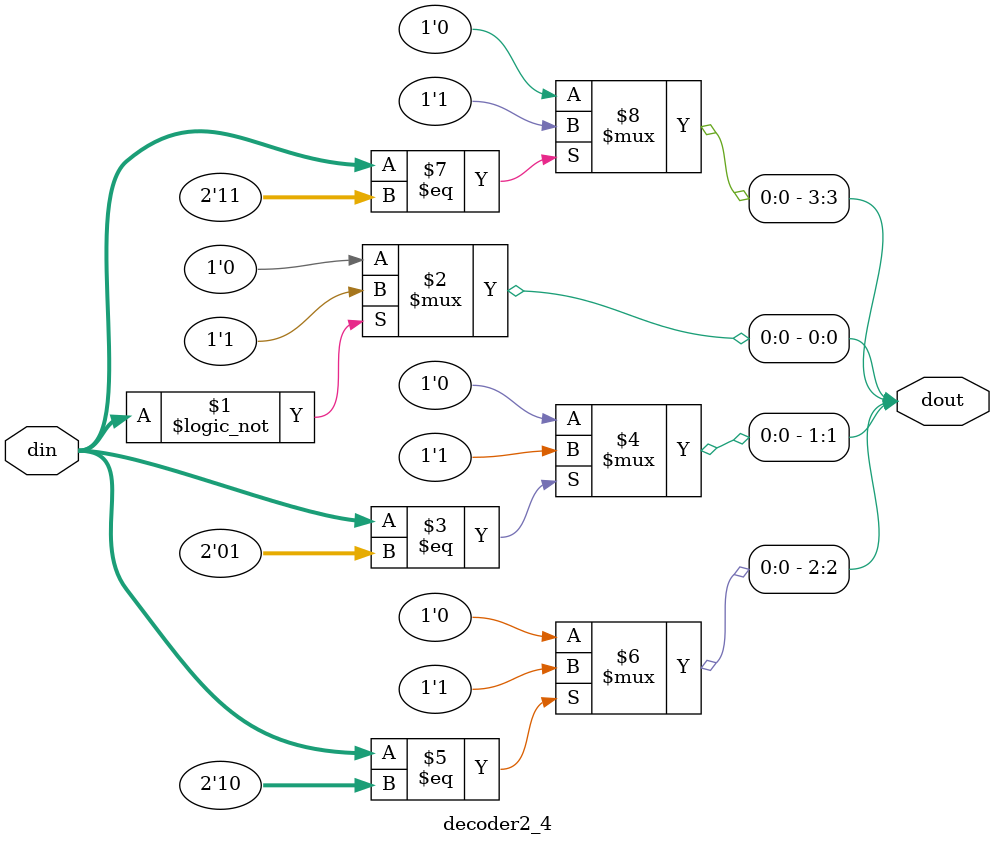
<source format=v>
module decoder2_4 (din,dout);

output [3:0] dout ;

input [1:0] din ;

 assign dout[0] = din==2'b00 ? 1'b1 : 1'b0;
 assign dout[1] = din==2'b01 ? 1'b1 : 1'b0;
 assign dout[2] = din==2'b10 ? 1'b1 : 1'b0;
 assign dout[3] = din==2'b11 ? 1'b1 : 1'b0;

endmodule
</source>
